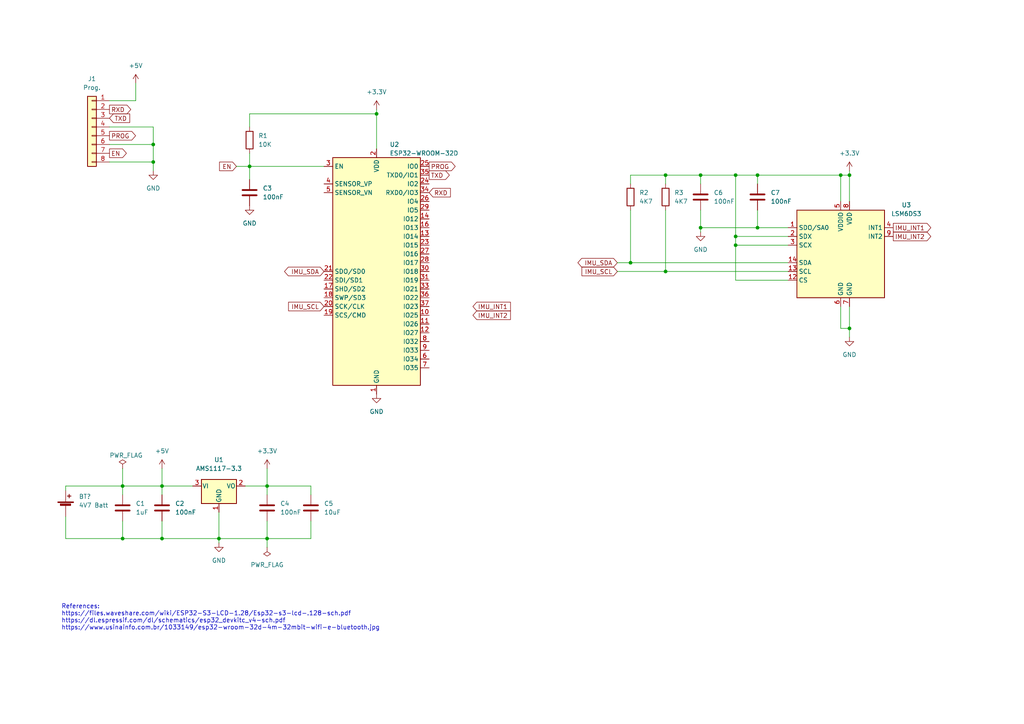
<source format=kicad_sch>
(kicad_sch (version 20211123) (generator eeschema)
  (paper "A4")
  (title_block (title "SensAi Punch Bag") (date "2024-07-20") (rev "1.0") (company "SensAi Technology") (comment 1 "WorldSynapse.com") (comment 2 "Florian") (comment 3 "Marcio Segura"))
  (lib_symbols
    (symbol "Connector_Generic:Conn_01x08" (pin_names (offset 1.016) hide)
      (property "Reference" "J" (at 0 10.16 0))
      (property "Value" "Conn_01x08" (at 0 -12.7 0))
      (symbol "Conn_01x08_1_1"
        (rectangle (start -1.27 -10.033) (end 0 -10.287) (stroke (width 0.1524)))
        (rectangle (start -1.27 -7.493) (end 0 -7.747) (stroke (width 0.1524)))
        (rectangle (start -1.27 -4.953) (end 0 -5.207) (stroke (width 0.1524)))
        (rectangle (start -1.27 -2.413) (end 0 -2.667) (stroke (width 0.1524)))
        (rectangle (start -1.27 0.127) (end 0 -0.127) (stroke (width 0.1524)))
        (rectangle (start -1.27 2.667) (end 0 2.413) (stroke (width 0.1524)))
        (rectangle (start -1.27 5.207) (end 0 4.953) (stroke (width 0.1524)))
        (rectangle (start -1.27 7.747) (end 0 7.493) (stroke (width 0.1524)))
        (rectangle (start -1.27 8.89) (end 1.27 -11.43) (stroke (width 0.254)) (fill (type background)))
        (pin passive line (at -5.08 7.62 0) (length 3.81) (name "Pin_1") (number "1"))
        (pin passive line (at -5.08 5.08 0) (length 3.81) (name "Pin_2") (number "2"))
        (pin passive line (at -5.08 2.54 0) (length 3.81) (name "Pin_3") (number "3"))
        (pin passive line (at -5.08 0 0) (length 3.81) (name "Pin_4") (number "4"))
        (pin passive line (at -5.08 -2.54 0) (length 3.81) (name "Pin_5") (number "5"))
        (pin passive line (at -5.08 -5.08 0) (length 3.81) (name "Pin_6") (number "6"))
        (pin passive line (at -5.08 -7.62 0) (length 3.81) (name "Pin_7") (number "7"))
        (pin passive line (at -5.08 -10.16 0) (length 3.81) (name "Pin_8") (number "8"))
      )
    )
    (symbol "Device:Battery_Cell" (pin_numbers hide) (pin_names (offset 0) hide)
      (property "Reference" "BT" (at 2.54 2.54 0))
      (property "Value" "Battery_Cell" (at 2.54 0 0))
      (symbol "Battery_Cell_0_1"
        (rectangle (start -2.286 1.778) (end 2.286 1.524) (fill (type outline)))
        (rectangle (start -1.5748 1.1938) (end 1.4732 0.6858) (fill (type outline)))
        (polyline (pts (xy 0 0.762) (xy 0 0)))
        (polyline (pts (xy 0 1.778) (xy 0 2.54)))
        (polyline (pts (xy 0.508 3.429) (xy 1.524 3.429)) (stroke (width 0.254)))
        (polyline (pts (xy 1.016 3.937) (xy 1.016 2.921)) (stroke (width 0.254)))
      )
      (symbol "Battery_Cell_1_1"
        (pin passive line (at 0 5.08 270) (length 2.54) (name "+") (number "1"))
        (pin passive line (at 0 -2.54 90) (length 2.54) (name "-") (number "2"))
      )
    )
    (symbol "Device:C" (pin_numbers hide) (pin_names (offset 0.254))
      (property "Reference" "C" (at 0.635 2.54 0))
      (property "Value" "C" (at 0.635 -2.54 0))
      (symbol "C_0_1"
        (polyline (pts (xy -2.032 -0.762) (xy 2.032 -0.762)) (stroke (width 0.508)))
        (polyline (pts (xy -2.032 0.762) (xy 2.032 0.762)) (stroke (width 0.508)))
      )
      (symbol "C_1_1"
        (pin passive line (at 0 3.81 270) (length 2.794) (name "~") (number "1"))
        (pin passive line (at 0 -3.81 90) (length 2.794) (name "~") (number "2"))
      )
    )
    (symbol "Device:R" (pin_numbers hide) (pin_names (offset 0))
      (property "Reference" "R" (at 2.032 0 90))
      (property "Value" "R" (at 0 0 90))
      (symbol "R_0_1"
        (rectangle (start -1.016 -2.54) (end 1.016 2.54) (stroke (width 0.254)))
      )
      (symbol "R_1_1"
        (pin passive line (at 0 3.81 270) (length 1.27) (name "~") (number "1"))
        (pin passive line (at 0 -3.81 90) (length 1.27) (name "~") (number "2"))
      )
    )
    (symbol "RF_Module:ESP32-WROOM-32D"
      (property "Reference" "U" (at -12.7 34.29 0))
      (property "Value" "ESP32-WROOM-32D" (at 1.27 34.29 0))
      (symbol "ESP32-WROOM-32D_0_1"
        (rectangle (start -12.7 33.02) (end 12.7 -33.02) (stroke (width 0.254)) (fill (type background)))
      )
      (symbol "ESP32-WROOM-32D_1_1"
        (pin power_in line (at 0 -35.56 90) (length 2.54) (name "GND") (number "1"))
        (pin bidirectional line (at 15.24 -12.7 180) (length 2.54) (name "IO25") (number "10"))
        (pin bidirectional line (at 15.24 -15.24 180) (length 2.54) (name "IO26") (number "11"))
        (pin bidirectional line (at 15.24 -17.78 180) (length 2.54) (name "IO27") (number "12"))
        (pin bidirectional line (at 15.24 10.16 180) (length 2.54) (name "IO14") (number "13"))
        (pin bidirectional line (at 15.24 15.24 180) (length 2.54) (name "IO12") (number "14"))
        (pin passive line (at 0 -35.56 90) (length 2.54) hide (name "GND") (number "15"))
        (pin bidirectional line (at 15.24 12.7 180) (length 2.54) (name "IO13") (number "16"))
        (pin bidirectional line (at -15.24 -5.08 0) (length 2.54) (name "SHD/SD2") (number "17"))
        (pin bidirectional line (at -15.24 -7.62 0) (length 2.54) (name "SWP/SD3") (number "18"))
        (pin bidirectional line (at -15.24 -12.7 0) (length 2.54) (name "SCS/CMD") (number "19"))
        (pin power_in line (at 0 35.56 270) (length 2.54) (name "VDD") (number "2"))
        (pin bidirectional line (at -15.24 -10.16 0) (length 2.54) (name "SCK/CLK") (number "20"))
        (pin bidirectional line (at -15.24 0 0) (length 2.54) (name "SDO/SD0") (number "21"))
        (pin bidirectional line (at -15.24 -2.54 0) (length 2.54) (name "SDI/SD1") (number "22"))
        (pin bidirectional line (at 15.24 7.62 180) (length 2.54) (name "IO15") (number "23"))
        (pin bidirectional line (at 15.24 25.4 180) (length 2.54) (name "IO2") (number "24"))
        (pin bidirectional line (at 15.24 30.48 180) (length 2.54) (name "IO0") (number "25"))
        (pin bidirectional line (at 15.24 20.32 180) (length 2.54) (name "IO4") (number "26"))
        (pin bidirectional line (at 15.24 5.08 180) (length 2.54) (name "IO16") (number "27"))
        (pin bidirectional line (at 15.24 2.54 180) (length 2.54) (name "IO17") (number "28"))
        (pin bidirectional line (at 15.24 17.78 180) (length 2.54) (name "IO5") (number "29"))
        (pin input line (at -15.24 30.48 0) (length 2.54) (name "EN") (number "3"))
        (pin bidirectional line (at 15.24 0 180) (length 2.54) (name "IO18") (number "30"))
        (pin bidirectional line (at 15.24 -2.54 180) (length 2.54) (name "IO19") (number "31"))
        (pin no_connect line (at -12.7 -27.94 0) (length 2.54) hide (name "NC") (number "32"))
        (pin bidirectional line (at 15.24 -5.08 180) (length 2.54) (name "IO21") (number "33"))
        (pin bidirectional line (at 15.24 22.86 180) (length 2.54) (name "RXD0/IO3") (number "34"))
        (pin bidirectional line (at 15.24 27.94 180) (length 2.54) (name "TXD0/IO1") (number "35"))
        (pin bidirectional line (at 15.24 -7.62 180) (length 2.54) (name "IO22") (number "36"))
        (pin bidirectional line (at 15.24 -10.16 180) (length 2.54) (name "IO23") (number "37"))
        (pin passive line (at 0 -35.56 90) (length 2.54) hide (name "GND") (number "38"))
        (pin passive line (at 0 -35.56 90) (length 2.54) hide (name "GND") (number "39"))
        (pin input line (at -15.24 25.4 0) (length 2.54) (name "SENSOR_VP") (number "4"))
        (pin input line (at -15.24 22.86 0) (length 2.54) (name "SENSOR_VN") (number "5"))
        (pin input line (at 15.24 -25.4 180) (length 2.54) (name "IO34") (number "6"))
        (pin input line (at 15.24 -27.94 180) (length 2.54) (name "IO35") (number "7"))
        (pin bidirectional line (at 15.24 -20.32 180) (length 2.54) (name "IO32") (number "8"))
        (pin bidirectional line (at 15.24 -22.86 180) (length 2.54) (name "IO33") (number "9"))
      )
    )
    (symbol "Regulator_Linear:AMS1117-3.3" (pin_names (offset 0.254))
      (property "Reference" "U" (at -3.81 3.175 0))
      (property "Value" "AMS1117-3.3" (at 0 3.175 0))
      (symbol "AMS1117-3.3_0_1"
        (rectangle (start -5.08 -5.08) (end 5.08 1.905) (stroke (width 0.254)) (fill (type background)))
      )
      (symbol "AMS1117-3.3_1_1"
        (pin power_in line (at 0 -7.62 90) (length 2.54) (name "GND") (number "1"))
        (pin power_out line (at 7.62 0 180) (length 2.54) (name "VO") (number "2"))
        (pin power_in line (at -7.62 0 0) (length 2.54) (name "VI") (number "3"))
      )
    )
    (symbol "Sensor_Motion:LSM6DS3"
      (property "Reference" "U" (at -11.43 15.24 0))
      (property "Value" "LSM6DS3" (at -11.43 12.7 0))
      (symbol "LSM6DS3_0_1"
        (rectangle (start -12.7 12.7) (end 12.7 -12.7) (stroke (width 0.254)) (fill (type background)))
      )
      (symbol "LSM6DS3_1_1"
        (pin bidirectional line (at -15.24 7.62 0) (length 2.54) (name "SDO/SA0") (number "1"))
        (pin no_connect line (at 12.7 -5.08 180) (length 3.81) hide (name "NC") (number "10"))
        (pin no_connect line (at 12.7 -2.54 180) (length 3.81) hide (name "NC") (number "11"))
        (pin input line (at -15.24 -7.62 0) (length 2.54) (name "CS") (number "12"))
        (pin input line (at -15.24 -5.08 0) (length 2.54) (name "SCL") (number "13"))
        (pin bidirectional line (at -15.24 -2.54 0) (length 2.54) (name "SDA") (number "14"))
        (pin bidirectional line (at -15.24 5.08 0) (length 2.54) (name "SDX") (number "2"))
        (pin input line (at -15.24 2.54 0) (length 2.54) (name "SCX") (number "3"))
        (pin output line (at 15.24 7.62 180) (length 2.54) (name "INT1") (number "4"))
        (pin power_in line (at 0 15.24 270) (length 2.54) (name "VDDIO") (number "5"))
        (pin power_in line (at 0 -15.24 90) (length 2.54) (name "GND") (number "6"))
        (pin power_in line (at 2.54 -15.24 90) (length 2.54) (name "GND") (number "7"))
        (pin power_in line (at 2.54 15.24 270) (length 2.54) (name "VDD") (number "8"))
        (pin output line (at 15.24 5.08 180) (length 2.54) (name "INT2") (number "9"))
      )
    )
    (symbol "power:+3.3V" (power) (pin_names (offset 0))
      (property "Value" "+3.3V" (at 0 3.556 0))
      (symbol "+3.3V_0_1"
        (polyline (pts (xy -0.762 1.27) (xy 0 2.54)))
        (polyline (pts (xy 0 0) (xy 0 2.54)))
        (polyline (pts (xy 0 2.54) (xy 0.762 1.27)))
      )
      (symbol "+3.3V_1_1"
        (pin power_in line (at 0 0 90) (length 0) hide (name "+3.3V") (number "1"))
      )
    )
    (symbol "power:+5V" (power) (pin_names (offset 0))
      (property "Value" "+5V" (at 0 3.556 0))
      (symbol "+5V_0_1"
        (polyline (pts (xy -0.762 1.27) (xy 0 2.54)))
        (polyline (pts (xy 0 0) (xy 0 2.54)))
        (polyline (pts (xy 0 2.54) (xy 0.762 1.27)))
      )
      (symbol "+5V_1_1"
        (pin power_in line (at 0 0 90) (length 0) hide (name "+5V") (number "1"))
      )
    )
    (symbol "power:GND" (power) (pin_names (offset 0))
      (property "Value" "GND" (at 0 -3.81 0))
      (symbol "GND_0_1"
        (polyline (pts (xy 0 0) (xy 0 -1.27) (xy 1.27 -1.27) (xy 0 -2.54) (xy -1.27 -1.27) (xy 0 -1.27)))
      )
      (symbol "GND_1_1"
        (pin power_in line (at 0 0 270) (length 0) hide (name "GND") (number "1"))
      )
    )
    (symbol "power:PWR_FLAG" (power) (pin_numbers hide) (pin_names (offset 0) hide)
      (property "Value" "PWR_FLAG" (at 0 3.81 0))
      (symbol "PWR_FLAG_0_0"
        (pin power_out line (at 0 0 90) (length 0) (name "pwr") (number "1"))
      )
      (symbol "PWR_FLAG_0_1"
        (polyline (pts (xy 0 0) (xy 0 1.27) (xy -1.016 1.905) (xy 0 2.54) (xy 1.016 1.905) (xy 0 1.27)))
      )
    )
  )
  (junction (at 35.56 140.97))
  (junction (at 219.71 50.8))
  (junction (at 203.2 50.8))
  (junction (at 46.99 140.97))
  (junction (at 213.36 71.12))
  (junction (at 35.56 156.21))
  (junction (at 46.99 156.21))
  (junction (at 77.47 140.97))
  (junction (at 246.38 95.25))
  (junction (at 203.2 66.04))
  (junction (at 77.47 156.21))
  (junction (at 44.45 41.91))
  (junction (at 213.36 50.8))
  (junction (at 243.84 50.8))
  (junction (at 72.39 48.26))
  (junction (at 219.71 66.04))
  (junction (at 182.88 76.2))
  (junction (at 193.04 78.74))
  (junction (at 109.22 33.02))
  (junction (at 63.5 156.21))
  (junction (at 246.38 50.8))
  (junction (at 193.04 50.8))
  (junction (at 44.45 46.99))
  (junction (at 213.36 68.58))
  (wire (pts (xy 228.6 71.12) (xy 213.36 71.12)))
  (wire (pts (xy 246.38 49.53) (xy 246.38 50.8)))
  (wire (pts (xy 19.05 156.21) (xy 35.56 156.21)))
  (wire (pts (xy 243.84 95.25) (xy 246.38 95.25)))
  (wire (pts (xy 46.99 140.97) (xy 55.88 140.97)))
  (wire (pts (xy 213.36 68.58) (xy 228.6 68.58)))
  (wire (pts (xy 77.47 135.89) (xy 77.47 140.97)))
  (wire (pts (xy 213.36 50.8) (xy 203.2 50.8)))
  (wire (pts (xy 90.17 156.21) (xy 77.47 156.21)))
  (wire (pts (xy 182.88 60.96) (xy 182.88 76.2)))
  (wire (pts (xy 219.71 66.04) (xy 203.2 66.04)))
  (wire (pts (xy 19.05 142.24) (xy 19.05 140.97)))
  (wire (pts (xy 72.39 36.83) (xy 72.39 33.02)))
  (wire (pts (xy 109.22 33.02) (xy 109.22 43.18)))
  (wire (pts (xy 243.84 50.8) (xy 243.84 58.42)))
  (wire (pts (xy 77.47 156.21) (xy 63.5 156.21)))
  (wire (pts (xy 246.38 88.9) (xy 246.38 95.25)))
  (wire (pts (xy 246.38 50.8) (xy 243.84 50.8)))
  (wire (pts (xy 63.5 156.21) (xy 63.5 157.48)))
  (wire (pts (xy 243.84 50.8) (xy 219.71 50.8)))
  (wire (pts (xy 39.37 29.21) (xy 39.37 24.13)))
  (wire (pts (xy 213.36 50.8) (xy 213.36 68.58)))
  (wire (pts (xy 19.05 140.97) (xy 35.56 140.97)))
  (wire (pts (xy 90.17 151.13) (xy 90.17 156.21)))
  (wire (pts (xy 77.47 140.97) (xy 90.17 140.97)))
  (wire (pts (xy 203.2 50.8) (xy 203.2 53.34)))
  (wire (pts (xy 219.71 60.96) (xy 219.71 66.04)))
  (wire (pts (xy 203.2 66.04) (xy 203.2 67.31)))
  (wire (pts (xy 72.39 44.45) (xy 72.39 48.26)))
  (wire (pts (xy 46.99 156.21) (xy 63.5 156.21)))
  (wire (pts (xy 193.04 60.96) (xy 193.04 78.74)))
  (wire (pts (xy 213.36 81.28) (xy 213.36 71.12)))
  (wire (pts (xy 179.07 78.74) (xy 193.04 78.74)))
  (wire (pts (xy 35.56 140.97) (xy 46.99 140.97)))
  (wire (pts (xy 44.45 36.83) (xy 31.75 36.83)))
  (wire (pts (xy 35.56 156.21) (xy 46.99 156.21)))
  (wire (pts (xy 77.47 151.13) (xy 77.47 156.21)))
  (wire (pts (xy 35.56 135.89) (xy 35.56 140.97)))
  (wire (pts (xy 228.6 66.04) (xy 219.71 66.04)))
  (wire (pts (xy 219.71 50.8) (xy 219.71 53.34)))
  (wire (pts (xy 63.5 148.59) (xy 63.5 156.21)))
  (wire (pts (xy 46.99 143.51) (xy 46.99 140.97)))
  (wire (pts (xy 44.45 41.91) (xy 44.45 36.83)))
  (wire (pts (xy 35.56 143.51) (xy 35.56 140.97)))
  (wire (pts (xy 72.39 48.26) (xy 72.39 52.07)))
  (wire (pts (xy 182.88 50.8) (xy 193.04 50.8)))
  (wire (pts (xy 182.88 53.34) (xy 182.88 50.8)))
  (wire (pts (xy 77.47 156.21) (xy 77.47 158.75)))
  (wire (pts (xy 193.04 53.34) (xy 193.04 50.8)))
  (wire (pts (xy 243.84 88.9) (xy 243.84 95.25)))
  (wire (pts (xy 203.2 60.96) (xy 203.2 66.04)))
  (wire (pts (xy 72.39 33.02) (xy 109.22 33.02)))
  (wire (pts (xy 182.88 76.2) (xy 179.07 76.2)))
  (wire (pts (xy 193.04 78.74) (xy 228.6 78.74)))
  (wire (pts (xy 46.99 151.13) (xy 46.99 156.21)))
  (wire (pts (xy 182.88 76.2) (xy 228.6 76.2)))
  (wire (pts (xy 193.04 50.8) (xy 203.2 50.8)))
  (wire (pts (xy 19.05 149.86) (xy 19.05 156.21)))
  (wire (pts (xy 31.75 29.21) (xy 39.37 29.21)))
  (wire (pts (xy 35.56 151.13) (xy 35.56 156.21)))
  (wire (pts (xy 46.99 135.89) (xy 46.99 140.97)))
  (wire (pts (xy 31.75 46.99) (xy 44.45 46.99)))
  (wire (pts (xy 246.38 95.25) (xy 246.38 97.79)))
  (wire (pts (xy 213.36 71.12) (xy 213.36 68.58)))
  (wire (pts (xy 109.22 31.75) (xy 109.22 33.02)))
  (wire (pts (xy 72.39 48.26) (xy 93.98 48.26)))
  (wire (pts (xy 44.45 49.53) (xy 44.45 46.99)))
  (wire (pts (xy 44.45 46.99) (xy 44.45 41.91)))
  (wire (pts (xy 228.6 81.28) (xy 213.36 81.28)))
  (wire (pts (xy 68.58 48.26) (xy 72.39 48.26)))
  (wire (pts (xy 219.71 50.8) (xy 213.36 50.8)))
  (wire (pts (xy 77.47 140.97) (xy 77.47 143.51)))
  (wire (pts (xy 71.12 140.97) (xy 77.47 140.97)))
  (wire (pts (xy 90.17 140.97) (xy 90.17 143.51)))
  (wire (pts (xy 31.75 41.91) (xy 44.45 41.91)))
  (wire (pts (xy 246.38 50.8) (xy 246.38 58.42)))
  (text "References:\nhttps://files.waveshare.com/wiki/ESP32-S3-LCD-1.28/Esp32-s3-lcd-.128-sch.pdf\nhttps://dl.espressif.com/dl/schematics/esp32_devkitc_v4-sch.pdf\nhttps://www.usinainfo.com.br/1033149/esp32-wroom-32d-4m-32mbit-wifi-e-bluetooth.jpg" (at 17.78 182.88 0) (effects (font (size 1.27 1.27)) (justify left bottom)))
  (global_label "IMU_SCL" (shape input) (at 179.07 78.74 180) (property "Intersheet References" "${INTERSHEET_REFS}" (effects hide)))
  (global_label "PROG" (shape output) (at 31.75 39.37 0) (property "Intersheet References" "${INTERSHEET_REFS}" (effects hide)))
  (global_label "IMU_INT1" (shape output) (at 259.08 66.04 0) (property "Intersheet References" "${INTERSHEET_REFS}" (effects hide)))
  (global_label "RXD" (shape input) (at 124.46 55.88 0) (property "Intersheet References" "${INTERSHEET_REFS}" (effects hide)))
  (global_label "PROG" (shape output) (at 124.46 48.26 0) (property "Intersheet References" "${INTERSHEET_REFS}" (effects hide)))
  (global_label "IMU_INT2" (shape input) (at 137.16 91.44 0) (property "Intersheet References" "${INTERSHEET_REFS}" (effects hide)))
  (global_label "IMU_SDA" (shape bidirectional) (at 93.98 78.74 180) (property "Intersheet References" "${INTERSHEET_REFS}" (effects hide)))
  (global_label "IMU_INT1" (shape input) (at 137.16 88.9 0) (property "Intersheet References" "${INTERSHEET_REFS}" (effects hide)))
  (global_label "TXD" (shape output) (at 124.46 50.8 0) (property "Intersheet References" "${INTERSHEET_REFS}" (effects hide)))
  (global_label "IMU_INT2" (shape output) (at 259.08 68.58 0) (property "Intersheet References" "${INTERSHEET_REFS}" (effects hide)))
  (global_label "IMU_SCL" (shape input) (at 93.98 88.9 180) (property "Intersheet References" "${INTERSHEET_REFS}" (effects hide)))
  (global_label "IMU_SDA" (shape bidirectional) (at 179.07 76.2 180) (property "Intersheet References" "${INTERSHEET_REFS}" (effects hide)))
  (global_label "RXD" (shape output) (at 31.75 31.75 0) (property "Intersheet References" "${INTERSHEET_REFS}" (effects hide)))
  (global_label "TXD" (shape input) (at 31.75 34.29 0) (property "Intersheet References" "${INTERSHEET_REFS}" (effects hide)))
  (global_label "EN" (shape input) (at 68.58 48.26 180) (property "Intersheet References" "${INTERSHEET_REFS}" (effects hide)))
  (global_label "EN" (shape output) (at 31.75 44.45 0) (property "Intersheet References" "${INTERSHEET_REFS}" (effects hide)))
  (symbol (lib_id "power:GND") (at 109.22 114.3 0) (unit 1)
    (property "Reference" "#PWR08" (effects hide))
    (property "Value" "GND" (at 109.22 119.38 0))
  )
  (symbol (lib_id "power:+5V") (at 46.99 135.89 0) (unit 1)
    (property "Reference" "#PWR03" (effects hide))
    (property "Value" "+5V" (at 46.99 130.81 0))
  )
  (symbol (lib_id "power:GND") (at 203.2 67.31 0) (unit 1)
    (property "Reference" "#PWR09" (effects hide))
    (property "Value" "GND" (at 203.2 72.39 0))
  )
  (symbol (lib_id "power:GND") (at 44.45 49.53 0) (unit 1)
    (property "Reference" "#PWR02" (effects hide))
    (property "Value" "GND" (at 44.45 54.61 0))
  )
  (symbol (lib_id "Device:R") (at 72.39 40.64 0) (unit 1)
    (property "Reference" "R1" (at 74.93 39.3699 0) (effects (justify left)))
    (property "Value" "10K" (at 74.93 41.9099 0) (effects (justify left)))
  )
  (symbol (lib_id "power:GND") (at 72.39 59.69 0) (unit 1)
    (property "Reference" "#PWR05" (effects hide))
    (property "Value" "GND" (at 72.39 64.77 0))
  )
  (symbol (lib_id "power:+5V") (at 39.37 24.13 0) (unit 1)
    (property "Reference" "#PWR01" (effects hide))
    (property "Value" "+5V" (at 39.37 19.05 0))
  )
  (symbol (lib_id "Connector_Generic:Conn_01x08") (at 26.67 36.83 0) (mirror y) (unit 1)
    (property "Reference" "J1" (at 26.67 22.86 0))
    (property "Value" "Prog." (at 26.67 25.4 0))
  )
  (symbol (lib_id "power:+3.3V") (at 77.47 135.89 0) (mirror y) (unit 1)
    (property "Reference" "#PWR06" (effects hide))
    (property "Value" "+3.3V" (at 77.47 130.81 0))
  )
  (symbol (lib_id "Device:C") (at 219.71 57.15 0) (unit 1)
    (property "Reference" "C7" (at 223.52 55.8799 0) (effects (justify left)))
    (property "Value" "100nF" (at 223.52 58.4199 0) (effects (justify left)))
  )
  (symbol (lib_id "power:GND") (at 63.5 157.48 0) (unit 1)
    (property "Reference" "#PWR04" (effects hide))
    (property "Value" "GND" (at 63.5 162.56 0))
  )
  (symbol (lib_id "Device:C") (at 77.47 147.32 0) (unit 1)
    (property "Reference" "C4" (at 81.28 146.0499 0) (effects (justify left)))
    (property "Value" "100nF" (at 81.28 148.5899 0) (effects (justify left)))
  )
  (symbol (lib_id "power:+3.3V") (at 246.38 49.53 0) (mirror y) (unit 1)
    (property "Reference" "#PWR010" (effects hide))
    (property "Value" "+3.3V" (at 246.38 44.45 0))
  )
  (symbol (lib_id "power:GND") (at 246.38 97.79 0) (unit 1)
    (property "Reference" "#PWR011" (effects hide))
    (property "Value" "GND" (at 246.38 102.87 0))
  )
  (symbol (lib_id "Device:C") (at 203.2 57.15 0) (unit 1)
    (property "Reference" "C6" (at 207.01 55.8799 0) (effects (justify left)))
    (property "Value" "100nF" (at 207.01 58.4199 0) (effects (justify left)))
  )
  (symbol (lib_id "power:PWR_FLAG") (at 77.47 158.75 180) (unit 1)
    (property "Reference" "#FLG0101" (effects hide))
    (property "Value" "PWR_FLAG" (at 77.47 163.83 0))
  )
  (symbol (lib_id "Device:R") (at 193.04 57.15 0) (unit 1)
    (property "Reference" "R3" (at 195.58 55.8799 0) (effects (justify left)))
    (property "Value" "4K7" (at 195.58 58.4199 0) (effects (justify left)))
  )
  (symbol (lib_id "Device:C") (at 35.56 147.32 0) (unit 1)
    (property "Reference" "C1" (at 39.37 146.0499 0) (effects (justify left)))
    (property "Value" "1uF" (at 39.37 148.5899 0) (effects (justify left)))
  )
  (symbol (lib_id "Sensor_Motion:LSM6DS3") (at 243.84 73.66 0) (unit 1)
    (property "Reference" "U3" (at 262.89 59.4612 0))
    (property "Value" "LSM6DS3" (at 262.89 62.0012 0))
    (property "Footprint" "Package_LGA:LGA-14_3x2.5mm_P0.5mm_LayoutBorder3x4y" (effects hide))
    (property "Datasheet" "https://www.st.com/resource/en/datasheet/lsm6ds3tr-c.pdf" (effects hide))
  )
  (symbol (lib_id "Device:C") (at 72.39 55.88 0) (unit 1)
    (property "Reference" "C3" (at 76.2 54.6099 0) (effects (justify left)))
    (property "Value" "100nF" (at 76.2 57.1499 0) (effects (justify left)))
  )
  (symbol (lib_id "Device:R") (at 182.88 57.15 0) (unit 1)
    (property "Reference" "R2" (at 185.42 55.8799 0) (effects (justify left)))
    (property "Value" "4K7" (at 185.42 58.42 0) (effects (justify left)))
  )
  (symbol (lib_id "Device:Battery_Cell") (at 19.05 147.32 0) (unit 1)
    (property "Reference" "BT?" (at 22.86 144.0179 0) (effects (justify left)))
    (property "Value" "4V7 Batt" (at 22.86 146.5579 0) (effects (justify left)))
  )
  (symbol (lib_id "power:PWR_FLAG") (at 35.56 135.89 0) (unit 1)
    (property "Reference" "#FLG0102" (effects hide))
    (property "Value" "PWR_FLAG" (at 31.75 132.08 0) (effects (justify left)))
  )
  (symbol (lib_id "RF_Module:ESP32-WROOM-32D") (at 109.22 78.74 0) (unit 1)
    (property "Reference" "U2" (at 113.03 41.91 0) (effects (justify left)))
    (property "Value" "ESP32-WROOM-32D" (at 113.03 44.45 0) (effects (justify left)))
    (property "Footprint" "RF_Module:ESP32-WROOM-32" (effects hide))
    (property "Datasheet" "https://www.espressif.com/sites/default/files/documentation/esp32-wroom-32d_esp32-wroom-32u_datasheet_en.pdf" (effects hide))
  )
  (symbol (lib_id "Device:C") (at 46.99 147.32 0) (unit 1)
    (property "Reference" "C2" (at 50.8 146.0499 0) (effects (justify left)))
    (property "Value" "100nF" (at 50.8 148.5899 0) (effects (justify left)))
  )
  (symbol (lib_id "power:+3.3V") (at 109.22 31.75 0) (mirror y) (unit 1)
    (property "Reference" "#PWR07" (effects hide))
    (property "Value" "+3.3V" (at 109.22 26.67 0))
  )
  (symbol (lib_id "Regulator_Linear:AMS1117-3.3") (at 63.5 140.97 0) (unit 1)
    (property "Reference" "U1" (at 63.5 133.35 0))
    (property "Value" "AMS1117-3.3" (at 63.5 135.89 0))
    (property "Footprint" "Package_TO_SOT_SMD:SOT-223-3_TabPin2" (effects hide))
    (property "Datasheet" "http://www.advanced-monolithic.com/pdf/ds1117.pdf" (effects hide))
  )
  (symbol (lib_id "Device:C") (at 90.17 147.32 0) (unit 1)
    (property "Reference" "C5" (at 93.98 146.0499 0) (effects (justify left)))
    (property "Value" "10uF" (at 93.98 148.5899 0) (effects (justify left)))
  )
)
</source>
